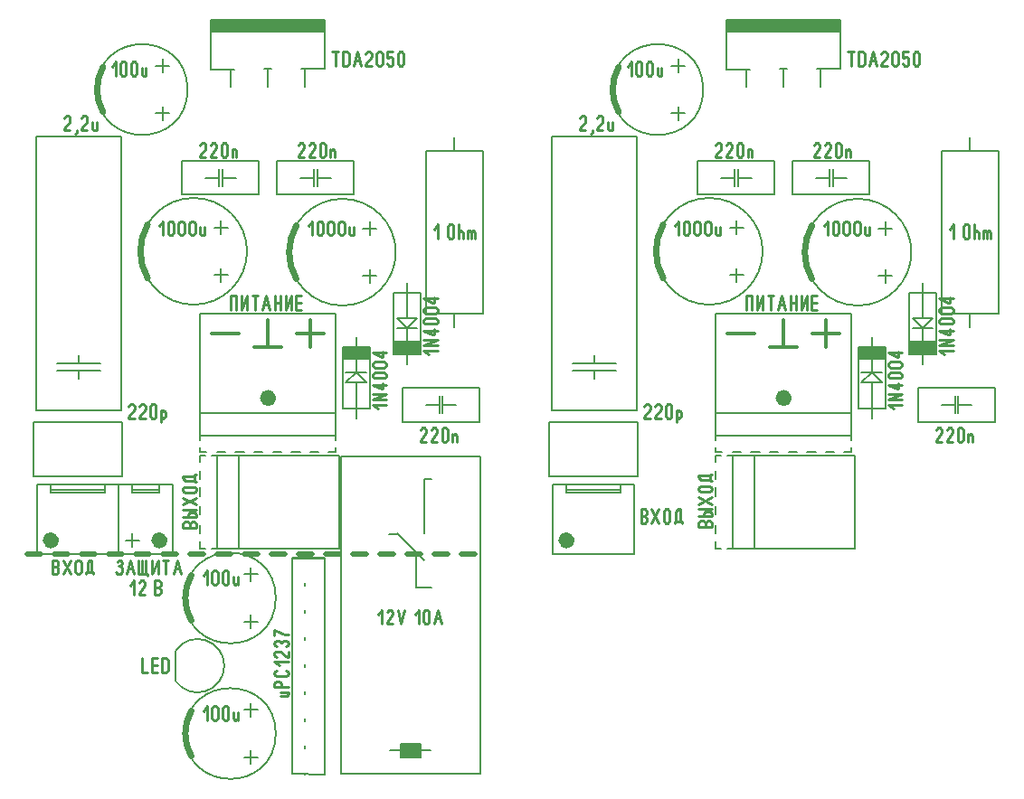
<source format=gbr>
%FSLAX34Y34*%
%MOMM*%
%LNSILK_TOP*%
G71*
G01*
%ADD10C, 0.20*%
%ADD11C, 0.24*%
%ADD12C, 0.30*%
%ADD13C, 0.60*%
%ADD14C, 0.50*%
%ADD15C, 1.00*%
%LPD*%
G54D10*
X300512Y-13962D02*
X194150Y-13962D01*
G54D10*
X300512Y-13962D02*
X300512Y-60000D01*
X279081Y-60000D01*
G54D10*
X282575Y-77000D02*
X282575Y-61125D01*
G54D10*
X247575Y-77000D02*
X247575Y-61125D01*
G54D10*
X212575Y-77000D02*
X212575Y-61212D01*
G54D10*
X110650Y-380325D02*
X110650Y-123500D01*
X30650Y-123500D01*
X30650Y-380325D01*
X110650Y-380325D01*
G54D10*
X90650Y-342875D02*
X50650Y-342875D01*
G54D10*
X90650Y-336050D02*
X50650Y-336050D01*
G54D10*
X70650Y-342875D02*
X70650Y-350325D01*
G54D10*
X70650Y-336050D02*
X70650Y-328125D01*
G54D10*
X293700Y-153925D02*
X293700Y-169925D01*
G54D10*
X290500Y-153925D02*
X290500Y-169925D01*
G54D10*
X306400Y-161925D02*
X293700Y-161925D01*
G54D10*
X290500Y-161925D02*
X277800Y-161925D01*
G54D11*
X101600Y-58342D02*
X104933Y-53342D01*
X104933Y-66675D01*
G54D11*
X114933Y-55842D02*
X114933Y-64175D01*
X114267Y-65842D01*
X112933Y-66675D01*
X111600Y-66675D01*
X110267Y-65842D01*
X109600Y-64175D01*
X109600Y-55842D01*
X110267Y-54175D01*
X111600Y-53342D01*
X112933Y-53342D01*
X114267Y-54175D01*
X114933Y-55842D01*
G54D11*
X124933Y-55842D02*
X124933Y-64175D01*
X124267Y-65842D01*
X122933Y-66675D01*
X121600Y-66675D01*
X120267Y-65842D01*
X119600Y-64175D01*
X119600Y-55842D01*
X120267Y-54175D01*
X121600Y-53342D01*
X122933Y-53342D01*
X124267Y-54175D01*
X124933Y-55842D01*
G54D11*
X133600Y-59175D02*
X133600Y-66675D01*
G54D11*
X133600Y-65008D02*
X132933Y-66342D01*
X131600Y-66675D01*
X130267Y-66342D01*
X129600Y-65008D01*
X129600Y-59175D01*
G54D11*
X398067Y-327025D02*
X393067Y-323692D01*
X406400Y-323692D01*
G54D11*
X406400Y-319025D02*
X393067Y-319025D01*
X406400Y-313692D01*
X393067Y-313692D01*
G54D11*
X406400Y-305025D02*
X393067Y-305025D01*
X401400Y-309025D01*
X403067Y-309025D01*
X403067Y-303692D01*
G54D11*
X395567Y-293692D02*
X403900Y-293692D01*
X405567Y-294358D01*
X406400Y-295692D01*
X406400Y-297025D01*
X405567Y-298358D01*
X403900Y-299025D01*
X395567Y-299025D01*
X393900Y-298358D01*
X393067Y-297025D01*
X393067Y-295692D01*
X393900Y-294358D01*
X395567Y-293692D01*
G54D11*
X395567Y-283692D02*
X403900Y-283692D01*
X405567Y-284358D01*
X406400Y-285692D01*
X406400Y-287025D01*
X405567Y-288358D01*
X403900Y-289025D01*
X395567Y-289025D01*
X393900Y-288358D01*
X393067Y-287025D01*
X393067Y-285692D01*
X393900Y-284358D01*
X395567Y-283692D01*
G54D11*
X406400Y-275025D02*
X393067Y-275025D01*
X401400Y-279025D01*
X403067Y-279025D01*
X403067Y-273692D01*
G54D11*
X62483Y-117475D02*
X57150Y-117475D01*
X57150Y-116642D01*
X57817Y-114975D01*
X61817Y-109975D01*
X62483Y-108308D01*
X62483Y-106642D01*
X61817Y-104975D01*
X60483Y-104142D01*
X59150Y-104142D01*
X57817Y-104975D01*
X57150Y-106642D01*
G54D11*
X68483Y-117475D02*
X68483Y-119142D01*
X67817Y-120808D01*
X67150Y-120808D01*
G54D11*
X78483Y-117475D02*
X73150Y-117475D01*
X73150Y-116642D01*
X73817Y-114975D01*
X77817Y-109975D01*
X78483Y-108308D01*
X78483Y-106642D01*
X77817Y-104975D01*
X76483Y-104142D01*
X75150Y-104142D01*
X73817Y-104975D01*
X73150Y-106642D01*
G54D11*
X87150Y-109975D02*
X87150Y-117475D01*
G54D11*
X87150Y-115808D02*
X86483Y-117142D01*
X85150Y-117475D01*
X83817Y-117142D01*
X83150Y-115808D01*
X83150Y-109975D01*
G54D11*
X310642Y-57150D02*
X310642Y-43817D01*
G54D11*
X307975Y-43817D02*
X313308Y-43817D01*
G54D11*
X317975Y-57150D02*
X317975Y-43817D01*
X321308Y-43817D01*
X322642Y-44650D01*
X323308Y-46317D01*
X323308Y-54650D01*
X322642Y-56317D01*
X321308Y-57150D01*
X317975Y-57150D01*
G54D11*
X327975Y-57150D02*
X331308Y-43817D01*
X334642Y-57150D01*
G54D11*
X329308Y-52150D02*
X333308Y-52150D01*
G54D11*
X344642Y-57150D02*
X339309Y-57150D01*
X339309Y-56317D01*
X339976Y-54650D01*
X343976Y-49650D01*
X344642Y-47983D01*
X344642Y-46317D01*
X343976Y-44650D01*
X342642Y-43817D01*
X341309Y-43817D01*
X339976Y-44650D01*
X339309Y-46317D01*
G54D11*
X354642Y-46317D02*
X354642Y-54650D01*
X353976Y-56317D01*
X352642Y-57150D01*
X351309Y-57150D01*
X349976Y-56317D01*
X349309Y-54650D01*
X349309Y-46317D01*
X349976Y-44650D01*
X351309Y-43817D01*
X352642Y-43817D01*
X353976Y-44650D01*
X354642Y-46317D01*
G54D11*
X364642Y-43817D02*
X359309Y-43817D01*
X359309Y-49650D01*
X359976Y-49650D01*
X361309Y-48817D01*
X362642Y-48817D01*
X363976Y-49650D01*
X364642Y-51317D01*
X364642Y-54650D01*
X363976Y-56317D01*
X362642Y-57150D01*
X361309Y-57150D01*
X359976Y-56317D01*
X359309Y-54650D01*
G54D11*
X374642Y-46317D02*
X374642Y-54650D01*
X373976Y-56317D01*
X372642Y-57150D01*
X371309Y-57150D01*
X369976Y-56317D01*
X369309Y-54650D01*
X369309Y-46317D01*
X369976Y-44650D01*
X371309Y-43817D01*
X372642Y-43817D01*
X373976Y-44650D01*
X374642Y-46317D01*
G54D12*
X274638Y-307975D02*
X300038Y-307975D01*
G54D12*
X287338Y-320675D02*
X287338Y-295275D01*
G54D12*
X195262Y-307975D02*
X220662Y-307975D01*
G54D12*
X247650Y-295375D02*
X247650Y-320775D01*
G54D12*
X234950Y-320775D02*
X260350Y-320775D01*
G54D10*
G75*
G01X367300Y-231775D02*
G03X367300Y-231775I-50000J0D01*
G01*
G54D10*
G75*
G01X228097Y-230911D02*
G03X228097Y-230911I-50000J0D01*
G01*
G54D10*
G75*
G01X172425Y-79400D02*
G03X172425Y-79400I-42500J0D01*
G01*
G54D10*
X194150Y-13962D02*
X194150Y-60397D01*
X216375Y-60397D01*
G54D10*
X244156Y-60000D02*
X251300Y-60000D01*
G54D11*
X122808Y-387350D02*
X117475Y-387350D01*
X117475Y-386517D01*
X118142Y-384850D01*
X122142Y-379850D01*
X122808Y-378183D01*
X122808Y-376517D01*
X122142Y-374850D01*
X120808Y-374017D01*
X119475Y-374017D01*
X118142Y-374850D01*
X117475Y-376517D01*
G54D11*
X132808Y-387350D02*
X127475Y-387350D01*
X127475Y-386517D01*
X128142Y-384850D01*
X132142Y-379850D01*
X132808Y-378183D01*
X132808Y-376517D01*
X132142Y-374850D01*
X130808Y-374017D01*
X129475Y-374017D01*
X128142Y-374850D01*
X127475Y-376517D01*
G54D11*
X142808Y-376517D02*
X142808Y-384850D01*
X142142Y-386517D01*
X140808Y-387350D01*
X139475Y-387350D01*
X138142Y-386517D01*
X137475Y-384850D01*
X137475Y-376517D01*
X138142Y-374850D01*
X139475Y-374017D01*
X140808Y-374017D01*
X142142Y-374850D01*
X142808Y-376517D01*
G54D11*
X147475Y-379850D02*
X147475Y-390683D01*
G54D11*
X147475Y-384850D02*
X148142Y-387017D01*
X149475Y-387350D01*
X150808Y-387017D01*
X151475Y-385350D01*
X151475Y-382017D01*
X150808Y-380350D01*
X149475Y-379850D01*
X148142Y-380350D01*
X147475Y-382350D01*
G54D10*
X315800Y-423300D02*
X446400Y-423200D01*
X446400Y-719900D01*
X315800Y-720000D01*
X315800Y-423400D01*
G54D10*
X362100Y-698500D02*
X371700Y-698500D01*
G54D10*
X400300Y-698500D02*
X390700Y-698500D01*
G36*
X371700Y-704900D02*
X371700Y-692100D01*
X390700Y-692100D01*
X390700Y-704900D01*
X371700Y-704900D01*
G37*
G54D10*
X371700Y-704900D02*
X371700Y-692100D01*
X390700Y-692100D01*
X390700Y-704900D01*
X371700Y-704900D01*
G54D10*
X360700Y-495500D02*
X368100Y-495500D01*
X368300Y-495300D01*
X393700Y-520700D01*
G54D10*
X386700Y-516600D02*
X386700Y-545700D01*
X387000Y-546000D01*
X400500Y-546000D01*
G54D10*
X393700Y-495300D02*
X393700Y-444500D01*
X400600Y-444500D01*
X400700Y-444400D01*
G54D11*
X187325Y-534592D02*
X190658Y-529592D01*
X190658Y-542925D01*
G54D11*
X200658Y-532092D02*
X200658Y-540425D01*
X199992Y-542092D01*
X198658Y-542925D01*
X197325Y-542925D01*
X195992Y-542092D01*
X195325Y-540425D01*
X195325Y-532092D01*
X195992Y-530425D01*
X197325Y-529592D01*
X198658Y-529592D01*
X199992Y-530425D01*
X200658Y-532092D01*
G54D11*
X210658Y-532092D02*
X210658Y-540425D01*
X209992Y-542092D01*
X208658Y-542925D01*
X207325Y-542925D01*
X205992Y-542092D01*
X205325Y-540425D01*
X205325Y-532092D01*
X205992Y-530425D01*
X207325Y-529592D01*
X208658Y-529592D01*
X209992Y-530425D01*
X210658Y-532092D01*
G54D11*
X219325Y-535425D02*
X219325Y-542925D01*
G54D11*
X219325Y-541258D02*
X218658Y-542592D01*
X217325Y-542925D01*
X215992Y-542592D01*
X215325Y-541258D01*
X215325Y-535425D01*
G54D10*
X270600Y-720625D02*
X270600Y-517625D01*
X300781Y-517525D01*
X300982Y-720725D01*
X270600Y-720625D01*
G54D10*
X281981Y-719138D02*
X281981Y-720725D01*
G54D10*
X281981Y-696912D02*
X281981Y-693738D01*
G54D10*
X281981Y-671512D02*
X281981Y-668338D01*
G54D10*
X281981Y-646112D02*
X281981Y-642938D01*
G54D10*
X281981Y-620712D02*
X281981Y-617538D01*
G54D10*
X281981Y-595312D02*
X281981Y-592138D01*
G54D10*
X281981Y-569912D02*
X281981Y-566738D01*
G54D10*
X281981Y-544512D02*
X281981Y-541338D01*
G54D10*
X300238Y-519112D02*
X271662Y-519113D01*
G54D11*
X187325Y-661592D02*
X190658Y-656592D01*
X190658Y-669925D01*
G54D11*
X200658Y-659092D02*
X200658Y-667425D01*
X199992Y-669092D01*
X198658Y-669925D01*
X197325Y-669925D01*
X195992Y-669092D01*
X195325Y-667425D01*
X195325Y-659092D01*
X195992Y-657425D01*
X197325Y-656592D01*
X198658Y-656592D01*
X199992Y-657425D01*
X200658Y-659092D01*
G54D11*
X210658Y-659092D02*
X210658Y-667425D01*
X209992Y-669092D01*
X208658Y-669925D01*
X207325Y-669925D01*
X205992Y-669092D01*
X205325Y-667425D01*
X205325Y-659092D01*
X205992Y-657425D01*
X207325Y-656592D01*
X208658Y-656592D01*
X209992Y-657425D01*
X210658Y-659092D01*
G54D11*
X219325Y-662425D02*
X219325Y-669925D01*
G54D11*
X219325Y-668258D02*
X218658Y-669592D01*
X217325Y-669925D01*
X215992Y-669592D01*
X215325Y-668258D01*
X215325Y-662425D01*
G54D11*
X351043Y-571633D02*
X354376Y-566633D01*
X354376Y-579966D01*
G54D11*
X364376Y-579966D02*
X359043Y-579966D01*
X359043Y-579133D01*
X359710Y-577466D01*
X363710Y-572466D01*
X364376Y-570800D01*
X364376Y-569133D01*
X363710Y-567466D01*
X362376Y-566633D01*
X361043Y-566633D01*
X359710Y-567466D01*
X359043Y-569133D01*
G54D11*
X369043Y-566633D02*
X372376Y-579966D01*
X375710Y-566633D01*
G54D11*
X385177Y-571633D02*
X388510Y-566633D01*
X388510Y-579966D01*
G54D11*
X398510Y-569133D02*
X398510Y-577466D01*
X397844Y-579133D01*
X396510Y-579966D01*
X395177Y-579966D01*
X393844Y-579133D01*
X393177Y-577466D01*
X393177Y-569133D01*
X393844Y-567466D01*
X395177Y-566633D01*
X396510Y-566633D01*
X397844Y-567466D01*
X398510Y-569133D01*
G54D11*
X403177Y-579966D02*
X406510Y-566633D01*
X409844Y-579966D01*
G54D11*
X404510Y-574966D02*
X408510Y-574966D01*
G54D11*
X259200Y-643700D02*
X266700Y-643700D01*
G54D11*
X265033Y-643700D02*
X266367Y-644367D01*
X266700Y-645700D01*
X266367Y-647033D01*
X265033Y-647700D01*
X259200Y-647700D01*
G54D11*
X266700Y-639033D02*
X253367Y-639033D01*
X253367Y-635700D01*
X254200Y-634366D01*
X255867Y-633700D01*
X257533Y-633700D01*
X259200Y-634366D01*
X260033Y-635700D01*
X260033Y-639033D01*
G54D11*
X264200Y-623700D02*
X265867Y-624366D01*
X266700Y-625700D01*
X266700Y-627033D01*
X265867Y-628366D01*
X264200Y-629033D01*
X255867Y-629033D01*
X254200Y-628366D01*
X253367Y-627033D01*
X253367Y-625700D01*
X254200Y-624366D01*
X255867Y-623700D01*
G54D11*
X258367Y-619033D02*
X253367Y-615700D01*
X266700Y-615700D01*
G54D11*
X266700Y-605700D02*
X266700Y-611033D01*
X265867Y-611033D01*
X264200Y-610366D01*
X259200Y-606366D01*
X257533Y-605700D01*
X255867Y-605700D01*
X254200Y-606366D01*
X253367Y-607700D01*
X253367Y-609033D01*
X254200Y-610366D01*
X255867Y-611033D01*
G54D11*
X255867Y-601033D02*
X254200Y-600366D01*
X253367Y-599033D01*
X253367Y-597700D01*
X254200Y-596366D01*
X255867Y-595700D01*
X257533Y-595700D01*
X259200Y-596366D01*
X260033Y-597700D01*
X260867Y-596366D01*
X262533Y-595700D01*
X264200Y-595700D01*
X265867Y-596366D01*
X266700Y-597700D01*
X266700Y-599033D01*
X265867Y-600366D01*
X264200Y-601033D01*
G54D11*
X253367Y-591033D02*
X253367Y-585700D01*
X255033Y-586366D01*
X257533Y-587700D01*
X260867Y-589033D01*
X263367Y-589700D01*
X266700Y-589700D01*
G54D10*
X111125Y-390525D02*
X111125Y-441325D01*
X28575Y-441325D01*
X28575Y-390525D01*
X111125Y-390525D01*
G36*
X194150Y-13962D02*
X194150Y-25075D01*
X300512Y-25075D01*
X300512Y-13962D01*
X194150Y-13962D01*
G37*
G54D10*
X194150Y-13962D02*
X194150Y-25075D01*
X300512Y-25075D01*
X300512Y-13962D01*
X194150Y-13962D01*
G54D10*
G75*
G01X161525Y-633820D02*
G03X161525Y-604430I20225J14695D01*
G01*
G54D10*
X161550Y-633425D02*
X161550Y-604825D01*
G54D10*
X95250Y-454025D02*
X44450Y-454025D01*
G54D10*
X107950Y-449262D02*
X31750Y-449262D01*
X31750Y-514350D01*
X107950Y-514350D01*
X107950Y-449262D01*
G54D10*
X44450Y-449262D02*
X44450Y-457200D01*
X95250Y-457200D01*
X95250Y-449262D01*
G54D10*
X149225Y-63500D02*
X149225Y-50800D01*
G54D10*
X142875Y-57150D02*
X155575Y-57150D01*
G54D10*
X149225Y-107950D02*
X149225Y-95250D01*
G54D10*
X142875Y-101600D02*
X155575Y-101600D01*
G54D13*
G75*
G01X93419Y-58150D02*
G03X93419Y-100650I36806J-21250D01*
G01*
G54D10*
X342900Y-215900D02*
X342900Y-203200D01*
G54D10*
X336550Y-209550D02*
X349250Y-209550D01*
G54D10*
X342900Y-260350D02*
X342900Y-247650D01*
G54D10*
X336550Y-254000D02*
X349250Y-254000D01*
G54D13*
G75*
G01X274224Y-206825D02*
G03X274224Y-256825I43301J-25000D01*
G01*
G54D13*
G75*
G01X135021Y-205961D02*
G03X135021Y-255961I43301J-25000D01*
G01*
G54D10*
X203697Y-215036D02*
X203697Y-202336D01*
G54D10*
X197347Y-208686D02*
X210047Y-208686D01*
G54D10*
X203697Y-259486D02*
X203697Y-246786D01*
G54D10*
X197347Y-253136D02*
X210047Y-253136D01*
G54D10*
X183992Y-382588D02*
X310992Y-382588D01*
G54D10*
X310992Y-403225D02*
X310992Y-407988D01*
G54D10*
X310992Y-414338D02*
X310992Y-419100D01*
G54D10*
X183992Y-403225D02*
X183992Y-407988D01*
G54D10*
X183992Y-414338D02*
X183992Y-419100D01*
G54D10*
X310992Y-419100D02*
X304642Y-419100D01*
G54D10*
X295116Y-419100D02*
X287179Y-419100D01*
G54D10*
X183992Y-419100D02*
X190342Y-419100D01*
G54D10*
X199866Y-419100D02*
X207804Y-419100D01*
G54D10*
X269716Y-419100D02*
X277654Y-419100D01*
G54D10*
X252254Y-419100D02*
X260192Y-419100D01*
G54D10*
X217329Y-419100D02*
X225266Y-419100D01*
G54D10*
X234792Y-419100D02*
X242729Y-419100D01*
G54D10*
X310992Y-403225D02*
X183992Y-403225D01*
X183992Y-288925D01*
X310992Y-288925D01*
X310992Y-403225D01*
G54D10*
X327900Y-146050D02*
X327900Y-177800D01*
X256300Y-177800D01*
X256300Y-146050D01*
X327900Y-146050D01*
G54D10*
X204800Y-153925D02*
X204800Y-169925D01*
G54D10*
X201600Y-153925D02*
X201600Y-169925D01*
G54D10*
X217500Y-161925D02*
X204800Y-161925D01*
G54D10*
X201600Y-161925D02*
X188900Y-161925D01*
G54D10*
X239000Y-146050D02*
X239000Y-177800D01*
X167400Y-177800D01*
X167400Y-146050D01*
X239000Y-146050D01*
G54D10*
X395288Y-136525D02*
X449262Y-136525D01*
X449262Y-288925D01*
X395288Y-288925D01*
X395288Y-136525D01*
G54D10*
X422275Y-136525D02*
X422275Y-123825D01*
G54D10*
X422275Y-301625D02*
X422275Y-288925D01*
G54D10*
X330200Y-344487D02*
X339725Y-354012D01*
X320676Y-354012D01*
X330200Y-344487D01*
G54D10*
X339725Y-344487D02*
X320675Y-344488D01*
G54D10*
X342900Y-377825D02*
X342900Y-320675D01*
X317500Y-320675D01*
X317500Y-377825D01*
X342900Y-377825D01*
G54D10*
X330200Y-354012D02*
X330200Y-387350D01*
G54D10*
X330200Y-344487D02*
X330200Y-311150D01*
G36*
X342900Y-320675D02*
X342900Y-331788D01*
X317500Y-331788D01*
X317500Y-320675D01*
X342900Y-320675D01*
G37*
G54D10*
X342900Y-320675D02*
X342900Y-331788D01*
X317500Y-331788D01*
X317500Y-320675D01*
X342900Y-320675D01*
G54D10*
X377825Y-303213D02*
X387350Y-293688D01*
X368300Y-293688D01*
X377825Y-303213D01*
G54D10*
X387350Y-303213D02*
X368300Y-303212D01*
G54D10*
X390525Y-269875D02*
X390525Y-327025D01*
X365125Y-327025D01*
X365125Y-269875D01*
X390525Y-269875D01*
G54D10*
X377825Y-293688D02*
X377825Y-260350D01*
G54D10*
X377825Y-303213D02*
X377826Y-336550D01*
G36*
X390525Y-327025D02*
X390525Y-315912D01*
X365125Y-315912D01*
X365125Y-327025D01*
X390525Y-327025D01*
G37*
G54D10*
X390525Y-327025D02*
X390525Y-315912D01*
X365125Y-315912D01*
X365125Y-327025D01*
X390525Y-327025D01*
G54D10*
X411175Y-366650D02*
X411175Y-382650D01*
G54D10*
X407975Y-366650D02*
X407975Y-382650D01*
G54D10*
X423875Y-374650D02*
X411175Y-374650D01*
G54D10*
X407975Y-374650D02*
X395275Y-374650D01*
G54D10*
X445375Y-358775D02*
X445375Y-390525D01*
X373775Y-390525D01*
X373775Y-358775D01*
X445375Y-358775D01*
G54D10*
G75*
G01X254975Y-555650D02*
G03X254975Y-555650I-42500J0D01*
G01*
G54D10*
X231775Y-539750D02*
X231775Y-527050D01*
G54D10*
X225425Y-533400D02*
X238125Y-533400D01*
G54D10*
X231775Y-584200D02*
X231775Y-571500D01*
G54D10*
X225425Y-577850D02*
X238125Y-577850D01*
G54D13*
G75*
G01X175969Y-534400D02*
G03X175969Y-576900I36806J-21250D01*
G01*
G54D10*
G75*
G01X254975Y-682650D02*
G03X254975Y-682650I-42500J0D01*
G01*
G54D10*
X231775Y-666750D02*
X231775Y-654050D01*
G54D10*
X225425Y-660400D02*
X238125Y-660400D01*
G54D10*
X231775Y-711200D02*
X231775Y-698500D01*
G54D10*
X225425Y-704850D02*
X238125Y-704850D01*
G54D13*
G75*
G01X175969Y-661400D02*
G03X175969Y-703900I36806J-21250D01*
G01*
G54D10*
X120650Y-454025D02*
X146050Y-454025D01*
G54D10*
X107950Y-514350D02*
X158750Y-514350D01*
X158750Y-449262D01*
X107950Y-449262D01*
X107950Y-514350D01*
G54D10*
X120650Y-449262D02*
X120650Y-457200D01*
X146050Y-457200D01*
X146050Y-449262D01*
G54D11*
X46125Y-533400D02*
X46125Y-520067D01*
X49458Y-520067D01*
X50792Y-520900D01*
X51458Y-522567D01*
X51458Y-524233D01*
X50792Y-525900D01*
X49458Y-526733D01*
X50792Y-527567D01*
X51458Y-529233D01*
X51458Y-530900D01*
X50792Y-532567D01*
X49458Y-533400D01*
X46125Y-533400D01*
G54D11*
X46125Y-526733D02*
X49458Y-526733D01*
G54D11*
X56125Y-520067D02*
X62792Y-533400D01*
G54D11*
X56125Y-533400D02*
X62792Y-520067D01*
G54D11*
X72792Y-522567D02*
X72792Y-530900D01*
X72126Y-532567D01*
X70792Y-533400D01*
X69459Y-533400D01*
X68126Y-532567D01*
X67459Y-530900D01*
X67459Y-522567D01*
X68126Y-520900D01*
X69459Y-520067D01*
X70792Y-520067D01*
X72126Y-520900D01*
X72792Y-522567D01*
G54D11*
X77459Y-533400D02*
X77459Y-531733D01*
X84126Y-531733D01*
X84126Y-533400D01*
G54D11*
X78792Y-531733D02*
X78792Y-522567D01*
X80792Y-520067D01*
X82792Y-520067D01*
X82792Y-531733D01*
G54D11*
X106777Y-521757D02*
X108110Y-520090D01*
X109444Y-520090D01*
X110777Y-521757D01*
X110777Y-524257D01*
X109444Y-525924D01*
X108110Y-525924D01*
X109444Y-525924D01*
X110777Y-527590D01*
X110777Y-531757D01*
X109444Y-533424D01*
X106777Y-533424D01*
X105444Y-531757D01*
G54D11*
X115444Y-533424D02*
X118777Y-520090D01*
X122110Y-533424D01*
G54D11*
X116777Y-528424D02*
X120777Y-528424D01*
G54D11*
X126778Y-520090D02*
X126778Y-533424D01*
X134778Y-533424D01*
X134778Y-535090D01*
G54D11*
X130111Y-520090D02*
X130111Y-533424D01*
G54D11*
X133444Y-520090D02*
X133444Y-533424D01*
G54D11*
X139444Y-520090D02*
X139444Y-533424D01*
X144778Y-520090D01*
X144778Y-533424D01*
G54D11*
X152111Y-533424D02*
X152111Y-520090D01*
G54D11*
X149444Y-520090D02*
X154778Y-520090D01*
G54D11*
X159444Y-533424D02*
X162778Y-520090D01*
X166111Y-533424D01*
G54D11*
X160778Y-528424D02*
X164778Y-528424D01*
G54D11*
X212725Y-285750D02*
X212725Y-272417D01*
X218058Y-272417D01*
X218058Y-285750D01*
G54D11*
X222725Y-272417D02*
X222725Y-285750D01*
X228058Y-272417D01*
X228058Y-285750D01*
G54D11*
X235392Y-285750D02*
X235392Y-272417D01*
G54D11*
X232725Y-272417D02*
X238058Y-272417D01*
G54D11*
X242725Y-285750D02*
X246058Y-272417D01*
X249392Y-285750D01*
G54D11*
X244058Y-280750D02*
X248058Y-280750D01*
G54D11*
X254059Y-285750D02*
X254059Y-272417D01*
G54D11*
X259392Y-285750D02*
X259392Y-272417D01*
G54D11*
X254059Y-279083D02*
X259392Y-279083D01*
G54D11*
X264059Y-272417D02*
X264059Y-285750D01*
X269392Y-272417D01*
X269392Y-285750D01*
G54D11*
X278726Y-285750D02*
X274059Y-285750D01*
X274059Y-272417D01*
X278726Y-272417D01*
G54D11*
X274059Y-279083D02*
X278726Y-279083D01*
G54D11*
X180975Y-489634D02*
X167642Y-489634D01*
X167642Y-486300D01*
X168475Y-484967D01*
X170142Y-484300D01*
X171808Y-484300D01*
X173475Y-484967D01*
X174308Y-486300D01*
X175142Y-484967D01*
X176808Y-484300D01*
X178475Y-484300D01*
X180142Y-484967D01*
X180975Y-486300D01*
X180975Y-489634D01*
G54D11*
X174308Y-489634D02*
X174308Y-486300D01*
G54D11*
X167642Y-479634D02*
X180975Y-479634D01*
X180975Y-476967D01*
X179308Y-475634D01*
X174308Y-475634D01*
X172642Y-476967D01*
X172642Y-479634D01*
G54D11*
X180975Y-472967D02*
X167642Y-472967D01*
G54D11*
X167642Y-468300D02*
X180975Y-461633D01*
G54D11*
X180975Y-468300D02*
X167642Y-461633D01*
G54D11*
X170142Y-451632D02*
X178475Y-451632D01*
X180142Y-452299D01*
X180975Y-453632D01*
X180975Y-454966D01*
X180142Y-456299D01*
X178475Y-456966D01*
X170142Y-456966D01*
X168475Y-456299D01*
X167642Y-454966D01*
X167642Y-453632D01*
X168475Y-452299D01*
X170142Y-451632D01*
G54D11*
X180975Y-446966D02*
X179308Y-446966D01*
X179308Y-440299D01*
X180975Y-440299D01*
G54D11*
X179308Y-445632D02*
X170142Y-445632D01*
X167642Y-443632D01*
X167642Y-441632D01*
X179308Y-441632D01*
G54D11*
X189483Y-142875D02*
X184150Y-142875D01*
X184150Y-142042D01*
X184817Y-140375D01*
X188817Y-135375D01*
X189483Y-133708D01*
X189483Y-132042D01*
X188817Y-130375D01*
X187483Y-129542D01*
X186150Y-129542D01*
X184817Y-130375D01*
X184150Y-132042D01*
G54D11*
X199483Y-142875D02*
X194150Y-142875D01*
X194150Y-142042D01*
X194817Y-140375D01*
X198817Y-135375D01*
X199483Y-133708D01*
X199483Y-132042D01*
X198817Y-130375D01*
X197483Y-129542D01*
X196150Y-129542D01*
X194817Y-130375D01*
X194150Y-132042D01*
G54D11*
X209483Y-132042D02*
X209483Y-140375D01*
X208817Y-142042D01*
X207483Y-142875D01*
X206150Y-142875D01*
X204817Y-142042D01*
X204150Y-140375D01*
X204150Y-132042D01*
X204817Y-130375D01*
X206150Y-129542D01*
X207483Y-129542D01*
X208817Y-130375D01*
X209483Y-132042D01*
G54D11*
X214150Y-142875D02*
X214150Y-135375D01*
G54D11*
X214150Y-137042D02*
X214817Y-135875D01*
X216150Y-135375D01*
X217483Y-135875D01*
X218150Y-137042D01*
X218150Y-142875D01*
G54D11*
X281558Y-142875D02*
X276225Y-142875D01*
X276225Y-142042D01*
X276892Y-140375D01*
X280892Y-135375D01*
X281558Y-133708D01*
X281558Y-132042D01*
X280892Y-130375D01*
X279558Y-129542D01*
X278225Y-129542D01*
X276892Y-130375D01*
X276225Y-132042D01*
G54D11*
X291558Y-142875D02*
X286225Y-142875D01*
X286225Y-142042D01*
X286892Y-140375D01*
X290892Y-135375D01*
X291558Y-133708D01*
X291558Y-132042D01*
X290892Y-130375D01*
X289558Y-129542D01*
X288225Y-129542D01*
X286892Y-130375D01*
X286225Y-132042D01*
G54D11*
X301558Y-132042D02*
X301558Y-140375D01*
X300892Y-142042D01*
X299558Y-142875D01*
X298225Y-142875D01*
X296892Y-142042D01*
X296225Y-140375D01*
X296225Y-132042D01*
X296892Y-130375D01*
X298225Y-129542D01*
X299558Y-129542D01*
X300892Y-130375D01*
X301558Y-132042D01*
G54D11*
X306225Y-142875D02*
X306225Y-135375D01*
G54D11*
X306225Y-137042D02*
X306892Y-135875D01*
X308225Y-135375D01*
X309558Y-135875D01*
X310225Y-137042D01*
X310225Y-142875D01*
G54D11*
X285750Y-207567D02*
X289083Y-202567D01*
X289083Y-215900D01*
G54D11*
X299083Y-205067D02*
X299083Y-213400D01*
X298417Y-215067D01*
X297083Y-215900D01*
X295750Y-215900D01*
X294417Y-215067D01*
X293750Y-213400D01*
X293750Y-205067D01*
X294417Y-203400D01*
X295750Y-202567D01*
X297083Y-202567D01*
X298417Y-203400D01*
X299083Y-205067D01*
G54D11*
X309083Y-205067D02*
X309083Y-213400D01*
X308417Y-215067D01*
X307083Y-215900D01*
X305750Y-215900D01*
X304417Y-215067D01*
X303750Y-213400D01*
X303750Y-205067D01*
X304417Y-203400D01*
X305750Y-202567D01*
X307083Y-202567D01*
X308417Y-203400D01*
X309083Y-205067D01*
G54D11*
X319083Y-205067D02*
X319083Y-213400D01*
X318417Y-215067D01*
X317083Y-215900D01*
X315750Y-215900D01*
X314417Y-215067D01*
X313750Y-213400D01*
X313750Y-205067D01*
X314417Y-203400D01*
X315750Y-202567D01*
X317083Y-202567D01*
X318417Y-203400D01*
X319083Y-205067D01*
G54D11*
X327750Y-208400D02*
X327750Y-215900D01*
G54D11*
X327750Y-214233D02*
X327083Y-215567D01*
X325750Y-215900D01*
X324417Y-215567D01*
X323750Y-214233D01*
X323750Y-208400D01*
G54D11*
X146050Y-207567D02*
X149383Y-202567D01*
X149383Y-215900D01*
G54D11*
X159383Y-205067D02*
X159383Y-213400D01*
X158717Y-215067D01*
X157383Y-215900D01*
X156050Y-215900D01*
X154717Y-215067D01*
X154050Y-213400D01*
X154050Y-205067D01*
X154717Y-203400D01*
X156050Y-202567D01*
X157383Y-202567D01*
X158717Y-203400D01*
X159383Y-205067D01*
G54D11*
X169383Y-205067D02*
X169383Y-213400D01*
X168717Y-215067D01*
X167383Y-215900D01*
X166050Y-215900D01*
X164717Y-215067D01*
X164050Y-213400D01*
X164050Y-205067D01*
X164717Y-203400D01*
X166050Y-202567D01*
X167383Y-202567D01*
X168717Y-203400D01*
X169383Y-205067D01*
G54D11*
X179383Y-205067D02*
X179383Y-213400D01*
X178717Y-215067D01*
X177383Y-215900D01*
X176050Y-215900D01*
X174717Y-215067D01*
X174050Y-213400D01*
X174050Y-205067D01*
X174717Y-203400D01*
X176050Y-202567D01*
X177383Y-202567D01*
X178717Y-203400D01*
X179383Y-205067D01*
G54D11*
X188050Y-208400D02*
X188050Y-215900D01*
G54D11*
X188050Y-214233D02*
X187383Y-215567D01*
X186050Y-215900D01*
X184717Y-215567D01*
X184050Y-214233D01*
X184050Y-208400D01*
G54D11*
X350442Y-377825D02*
X345442Y-374492D01*
X358775Y-374492D01*
G54D11*
X358775Y-369825D02*
X345442Y-369825D01*
X358775Y-364492D01*
X345442Y-364492D01*
G54D11*
X358775Y-355825D02*
X345442Y-355825D01*
X353775Y-359825D01*
X355442Y-359825D01*
X355442Y-354492D01*
G54D11*
X347942Y-344492D02*
X356275Y-344492D01*
X357942Y-345158D01*
X358775Y-346492D01*
X358775Y-347825D01*
X357942Y-349158D01*
X356275Y-349825D01*
X347942Y-349825D01*
X346275Y-349158D01*
X345442Y-347825D01*
X345442Y-346492D01*
X346275Y-345158D01*
X347942Y-344492D01*
G54D11*
X347942Y-334492D02*
X356275Y-334492D01*
X357942Y-335158D01*
X358775Y-336492D01*
X358775Y-337825D01*
X357942Y-339158D01*
X356275Y-339825D01*
X347942Y-339825D01*
X346275Y-339158D01*
X345442Y-337825D01*
X345442Y-336492D01*
X346275Y-335158D01*
X347942Y-334492D01*
G54D11*
X358775Y-325825D02*
X345442Y-325825D01*
X353775Y-329825D01*
X355442Y-329825D01*
X355442Y-324492D01*
G54D11*
X395858Y-409575D02*
X390525Y-409575D01*
X390525Y-408742D01*
X391192Y-407075D01*
X395192Y-402075D01*
X395858Y-400408D01*
X395858Y-398742D01*
X395192Y-397075D01*
X393858Y-396242D01*
X392525Y-396242D01*
X391192Y-397075D01*
X390525Y-398742D01*
G54D11*
X405858Y-409575D02*
X400525Y-409575D01*
X400525Y-408742D01*
X401192Y-407075D01*
X405192Y-402075D01*
X405858Y-400408D01*
X405858Y-398742D01*
X405192Y-397075D01*
X403858Y-396242D01*
X402525Y-396242D01*
X401192Y-397075D01*
X400525Y-398742D01*
G54D11*
X415858Y-398742D02*
X415858Y-407075D01*
X415192Y-408742D01*
X413858Y-409575D01*
X412525Y-409575D01*
X411192Y-408742D01*
X410525Y-407075D01*
X410525Y-398742D01*
X411192Y-397075D01*
X412525Y-396242D01*
X413858Y-396242D01*
X415192Y-397075D01*
X415858Y-398742D01*
G54D11*
X420525Y-409575D02*
X420525Y-402075D01*
G54D11*
X420525Y-403742D02*
X421192Y-402575D01*
X422525Y-402075D01*
X423858Y-402575D01*
X424525Y-403742D01*
X424525Y-409575D01*
G54D11*
X403225Y-210742D02*
X406558Y-205742D01*
X406558Y-219075D01*
G54D11*
X421358Y-208242D02*
X421358Y-216575D01*
X420692Y-218242D01*
X419358Y-219075D01*
X418025Y-219075D01*
X416692Y-218242D01*
X416025Y-216575D01*
X416025Y-208242D01*
X416692Y-206575D01*
X418025Y-205742D01*
X419358Y-205742D01*
X420692Y-206575D01*
X421358Y-208242D01*
G54D11*
X426025Y-219075D02*
X426025Y-205742D01*
G54D11*
X426025Y-213742D02*
X426692Y-212075D01*
X428025Y-211575D01*
X429358Y-212075D01*
X430025Y-213742D01*
X430025Y-219075D01*
G54D11*
X434692Y-219075D02*
X434692Y-211575D01*
G54D11*
X434692Y-212908D02*
X436025Y-211575D01*
X437359Y-212075D01*
X438025Y-213242D01*
X438025Y-219075D01*
G54D11*
X438025Y-212908D02*
X439359Y-211575D01*
X440692Y-212075D01*
X441359Y-213242D01*
X441359Y-219075D01*
G54D10*
X220662Y-421958D02*
X220662Y-509270D01*
G54D10*
X200025Y-509270D02*
X195262Y-509270D01*
G54D10*
X188912Y-509270D02*
X184150Y-509270D01*
G54D10*
X200025Y-421958D02*
X195262Y-421958D01*
G54D10*
X188912Y-421958D02*
X184150Y-421958D01*
G54D10*
X184150Y-509270D02*
X184150Y-502920D01*
G54D10*
X184150Y-494982D02*
X184150Y-487045D01*
G54D10*
X184150Y-421958D02*
X184150Y-428308D01*
G54D10*
X184150Y-469582D02*
X184150Y-477520D01*
G54D10*
X184150Y-452120D02*
X184150Y-460058D01*
G54D10*
X184150Y-436245D02*
X184150Y-444182D01*
G54D10*
X200025Y-509270D02*
X200025Y-421958D01*
X314325Y-421958D01*
X314325Y-509270D01*
X200025Y-509270D01*
G54D14*
X22225Y-514350D02*
X34925Y-514350D01*
G54D14*
X47625Y-514350D02*
X60325Y-514350D01*
G54D14*
X73025Y-514350D02*
X85725Y-514350D01*
G54D14*
X98425Y-514350D02*
X111125Y-514350D01*
G54D14*
X123825Y-514350D02*
X136525Y-514350D01*
G54D14*
X149225Y-514350D02*
X161925Y-514350D01*
G54D14*
X174625Y-514350D02*
X187325Y-514350D01*
G54D14*
X200025Y-514350D02*
X212725Y-514350D01*
G54D14*
X225425Y-514350D02*
X238125Y-514350D01*
G54D14*
X250825Y-514350D02*
X263525Y-514350D01*
G54D14*
X276225Y-514350D02*
X288925Y-514350D01*
G54D14*
X301625Y-514350D02*
X314325Y-514350D01*
G54D14*
X327025Y-514350D02*
X339725Y-514350D01*
G54D14*
X352425Y-514350D02*
X365125Y-514350D01*
G54D14*
X377825Y-514350D02*
X390525Y-514350D01*
G54D14*
X403225Y-514350D02*
X415925Y-514350D01*
G54D14*
X428625Y-514350D02*
X441325Y-514350D01*
G54D11*
X119132Y-544117D02*
X122465Y-539117D01*
X122465Y-552450D01*
G54D11*
X132465Y-552450D02*
X127132Y-552450D01*
X127132Y-551617D01*
X127799Y-549950D01*
X131799Y-544950D01*
X132465Y-543283D01*
X132465Y-541617D01*
X131799Y-539950D01*
X130465Y-539117D01*
X129132Y-539117D01*
X127799Y-539950D01*
X127132Y-541617D01*
G54D11*
X141932Y-552450D02*
X141932Y-539117D01*
X145265Y-539117D01*
X146599Y-539950D01*
X147265Y-541617D01*
X147265Y-543283D01*
X146599Y-544950D01*
X145265Y-545783D01*
X146599Y-546617D01*
X147265Y-548283D01*
X147265Y-549950D01*
X146599Y-551617D01*
X145265Y-552450D01*
X141932Y-552450D01*
G54D11*
X141932Y-545783D02*
X145265Y-545783D01*
G54D10*
X783112Y-13962D02*
X676750Y-13962D01*
G54D10*
X783112Y-13962D02*
X783112Y-60000D01*
X761681Y-60000D01*
G54D10*
X765175Y-77000D02*
X765175Y-61125D01*
G54D10*
X730175Y-77000D02*
X730175Y-61125D01*
G54D10*
X695175Y-77000D02*
X695175Y-61212D01*
G54D10*
X593250Y-380325D02*
X593250Y-123500D01*
X513250Y-123500D01*
X513250Y-380325D01*
X593250Y-380325D01*
G54D10*
X573250Y-342875D02*
X533250Y-342875D01*
G54D10*
X573250Y-336050D02*
X533250Y-336050D01*
G54D10*
X553250Y-342875D02*
X553250Y-350325D01*
G54D10*
X553250Y-336050D02*
X553250Y-328125D01*
G54D10*
X776300Y-153925D02*
X776300Y-169925D01*
G54D10*
X773100Y-153925D02*
X773100Y-169925D01*
G54D10*
X789000Y-161925D02*
X776300Y-161925D01*
G54D10*
X773100Y-161925D02*
X760400Y-161925D01*
G54D11*
X584200Y-58342D02*
X587533Y-53342D01*
X587533Y-66675D01*
G54D11*
X597533Y-55842D02*
X597533Y-64175D01*
X596867Y-65842D01*
X595533Y-66675D01*
X594200Y-66675D01*
X592867Y-65842D01*
X592200Y-64175D01*
X592200Y-55842D01*
X592867Y-54175D01*
X594200Y-53342D01*
X595533Y-53342D01*
X596867Y-54175D01*
X597533Y-55842D01*
G54D11*
X607533Y-55842D02*
X607533Y-64175D01*
X606867Y-65842D01*
X605533Y-66675D01*
X604200Y-66675D01*
X602867Y-65842D01*
X602200Y-64175D01*
X602200Y-55842D01*
X602867Y-54175D01*
X604200Y-53342D01*
X605533Y-53342D01*
X606867Y-54175D01*
X607533Y-55842D01*
G54D11*
X616200Y-59175D02*
X616200Y-66675D01*
G54D11*
X616200Y-65008D02*
X615533Y-66342D01*
X614200Y-66675D01*
X612867Y-66342D01*
X612200Y-65008D01*
X612200Y-59175D01*
G54D11*
X880667Y-327025D02*
X875667Y-323692D01*
X889000Y-323692D01*
G54D11*
X889000Y-319025D02*
X875667Y-319025D01*
X889000Y-313692D01*
X875667Y-313692D01*
G54D11*
X889000Y-305025D02*
X875667Y-305025D01*
X884000Y-309025D01*
X885667Y-309025D01*
X885667Y-303692D01*
G54D11*
X878167Y-293692D02*
X886500Y-293692D01*
X888167Y-294358D01*
X889000Y-295692D01*
X889000Y-297025D01*
X888167Y-298358D01*
X886500Y-299025D01*
X878167Y-299025D01*
X876500Y-298358D01*
X875667Y-297025D01*
X875667Y-295692D01*
X876500Y-294358D01*
X878167Y-293692D01*
G54D11*
X878167Y-283692D02*
X886500Y-283692D01*
X888167Y-284358D01*
X889000Y-285692D01*
X889000Y-287025D01*
X888167Y-288358D01*
X886500Y-289025D01*
X878167Y-289025D01*
X876500Y-288358D01*
X875667Y-287025D01*
X875667Y-285692D01*
X876500Y-284358D01*
X878167Y-283692D01*
G54D11*
X889000Y-275025D02*
X875667Y-275025D01*
X884000Y-279025D01*
X885667Y-279025D01*
X885667Y-273692D01*
G54D11*
X545083Y-117475D02*
X539750Y-117475D01*
X539750Y-116642D01*
X540417Y-114975D01*
X544417Y-109975D01*
X545083Y-108308D01*
X545083Y-106642D01*
X544417Y-104975D01*
X543083Y-104142D01*
X541750Y-104142D01*
X540417Y-104975D01*
X539750Y-106642D01*
G54D11*
X551083Y-117475D02*
X551083Y-119142D01*
X550417Y-120808D01*
X549750Y-120808D01*
G54D11*
X561083Y-117475D02*
X555750Y-117475D01*
X555750Y-116642D01*
X556417Y-114975D01*
X560417Y-109975D01*
X561083Y-108308D01*
X561083Y-106642D01*
X560417Y-104975D01*
X559083Y-104142D01*
X557750Y-104142D01*
X556417Y-104975D01*
X555750Y-106642D01*
G54D11*
X569750Y-109975D02*
X569750Y-117475D01*
G54D11*
X569750Y-115808D02*
X569083Y-117142D01*
X567750Y-117475D01*
X566417Y-117142D01*
X565750Y-115808D01*
X565750Y-109975D01*
G54D11*
X793242Y-57150D02*
X793242Y-43817D01*
G54D11*
X790575Y-43817D02*
X795908Y-43817D01*
G54D11*
X800575Y-57150D02*
X800575Y-43817D01*
X803908Y-43817D01*
X805242Y-44650D01*
X805908Y-46317D01*
X805908Y-54650D01*
X805242Y-56317D01*
X803908Y-57150D01*
X800575Y-57150D01*
G54D11*
X810575Y-57150D02*
X813908Y-43817D01*
X817242Y-57150D01*
G54D11*
X811908Y-52150D02*
X815908Y-52150D01*
G54D11*
X827242Y-57150D02*
X821909Y-57150D01*
X821909Y-56317D01*
X822576Y-54650D01*
X826576Y-49650D01*
X827242Y-47983D01*
X827242Y-46317D01*
X826576Y-44650D01*
X825242Y-43817D01*
X823909Y-43817D01*
X822576Y-44650D01*
X821909Y-46317D01*
G54D11*
X837242Y-46317D02*
X837242Y-54650D01*
X836576Y-56317D01*
X835242Y-57150D01*
X833909Y-57150D01*
X832576Y-56317D01*
X831909Y-54650D01*
X831909Y-46317D01*
X832576Y-44650D01*
X833909Y-43817D01*
X835242Y-43817D01*
X836576Y-44650D01*
X837242Y-46317D01*
G54D11*
X847242Y-43817D02*
X841909Y-43817D01*
X841909Y-49650D01*
X842576Y-49650D01*
X843909Y-48817D01*
X845242Y-48817D01*
X846576Y-49650D01*
X847242Y-51317D01*
X847242Y-54650D01*
X846576Y-56317D01*
X845242Y-57150D01*
X843909Y-57150D01*
X842576Y-56317D01*
X841909Y-54650D01*
G54D11*
X857242Y-46317D02*
X857242Y-54650D01*
X856576Y-56317D01*
X855242Y-57150D01*
X853909Y-57150D01*
X852576Y-56317D01*
X851909Y-54650D01*
X851909Y-46317D01*
X852576Y-44650D01*
X853909Y-43817D01*
X855242Y-43817D01*
X856576Y-44650D01*
X857242Y-46317D01*
G54D12*
X757238Y-307975D02*
X782638Y-307975D01*
G54D12*
X769938Y-320675D02*
X769938Y-295275D01*
G54D12*
X677862Y-307975D02*
X703262Y-307975D01*
G54D12*
X730250Y-295375D02*
X730250Y-320775D01*
G54D12*
X717550Y-320775D02*
X742950Y-320775D01*
G54D10*
G75*
G01X849900Y-231775D02*
G03X849900Y-231775I-50000J0D01*
G01*
G54D10*
G75*
G01X710697Y-230911D02*
G03X710697Y-230911I-50000J0D01*
G01*
G54D10*
G75*
G01X655025Y-79400D02*
G03X655025Y-79400I-42500J0D01*
G01*
G54D10*
X676750Y-13962D02*
X676750Y-60397D01*
X698975Y-60397D01*
G54D10*
X726756Y-60000D02*
X733900Y-60000D01*
G54D11*
X605408Y-387350D02*
X600075Y-387350D01*
X600075Y-386517D01*
X600742Y-384850D01*
X604742Y-379850D01*
X605408Y-378183D01*
X605408Y-376517D01*
X604742Y-374850D01*
X603408Y-374017D01*
X602075Y-374017D01*
X600742Y-374850D01*
X600075Y-376517D01*
G54D11*
X615408Y-387350D02*
X610075Y-387350D01*
X610075Y-386517D01*
X610742Y-384850D01*
X614742Y-379850D01*
X615408Y-378183D01*
X615408Y-376517D01*
X614742Y-374850D01*
X613408Y-374017D01*
X612075Y-374017D01*
X610742Y-374850D01*
X610075Y-376517D01*
G54D11*
X625408Y-376517D02*
X625408Y-384850D01*
X624742Y-386517D01*
X623408Y-387350D01*
X622075Y-387350D01*
X620742Y-386517D01*
X620075Y-384850D01*
X620075Y-376517D01*
X620742Y-374850D01*
X622075Y-374017D01*
X623408Y-374017D01*
X624742Y-374850D01*
X625408Y-376517D01*
G54D11*
X630075Y-379850D02*
X630075Y-390683D01*
G54D11*
X630075Y-384850D02*
X630742Y-387017D01*
X632075Y-387350D01*
X633408Y-387017D01*
X634075Y-385350D01*
X634075Y-382017D01*
X633408Y-380350D01*
X632075Y-379850D01*
X630742Y-380350D01*
X630075Y-382350D01*
G54D10*
X593725Y-390525D02*
X593725Y-441325D01*
X511175Y-441325D01*
X511175Y-390525D01*
X593725Y-390525D01*
G36*
X676750Y-13962D02*
X676750Y-25075D01*
X783112Y-25075D01*
X783112Y-13962D01*
X676750Y-13962D01*
G37*
G54D10*
X676750Y-13962D02*
X676750Y-25075D01*
X783112Y-25075D01*
X783112Y-13962D01*
X676750Y-13962D01*
G54D10*
X577850Y-454025D02*
X527050Y-454025D01*
G54D10*
X590550Y-449262D02*
X514350Y-449262D01*
X514350Y-514350D01*
X590550Y-514350D01*
X590550Y-449262D01*
G54D10*
X527050Y-449262D02*
X527050Y-457200D01*
X577850Y-457200D01*
X577850Y-449262D01*
G54D10*
X631825Y-63500D02*
X631825Y-50800D01*
G54D10*
X625475Y-57150D02*
X638175Y-57150D01*
G54D10*
X631825Y-107950D02*
X631825Y-95250D01*
G54D10*
X625475Y-101600D02*
X638175Y-101600D01*
G54D13*
G75*
G01X576019Y-58150D02*
G03X576019Y-100650I36806J-21250D01*
G01*
G54D10*
X825500Y-215900D02*
X825500Y-203200D01*
G54D10*
X819150Y-209550D02*
X831850Y-209550D01*
G54D10*
X825500Y-260350D02*
X825500Y-247650D01*
G54D10*
X819150Y-254000D02*
X831850Y-254000D01*
G54D13*
G75*
G01X756824Y-206825D02*
G03X756824Y-256825I43301J-25000D01*
G01*
G54D13*
G75*
G01X617621Y-205961D02*
G03X617621Y-255961I43301J-25000D01*
G01*
G54D10*
X686297Y-215036D02*
X686297Y-202336D01*
G54D10*
X679947Y-208686D02*
X692647Y-208686D01*
G54D10*
X686297Y-259486D02*
X686297Y-246786D01*
G54D10*
X679947Y-253136D02*
X692647Y-253136D01*
G54D10*
X666592Y-382588D02*
X793592Y-382588D01*
G54D10*
X793592Y-403225D02*
X793592Y-407988D01*
G54D10*
X793592Y-414338D02*
X793592Y-419100D01*
G54D10*
X666592Y-403225D02*
X666592Y-407988D01*
G54D10*
X666592Y-414338D02*
X666592Y-419100D01*
G54D10*
X793592Y-419100D02*
X787242Y-419100D01*
G54D10*
X777716Y-419100D02*
X769779Y-419100D01*
G54D10*
X666592Y-419100D02*
X672942Y-419100D01*
G54D10*
X682466Y-419100D02*
X690404Y-419100D01*
G54D10*
X752316Y-419100D02*
X760254Y-419100D01*
G54D10*
X734854Y-419100D02*
X742792Y-419100D01*
G54D10*
X699929Y-419100D02*
X707866Y-419100D01*
G54D10*
X717392Y-419100D02*
X725329Y-419100D01*
G54D10*
X793592Y-403225D02*
X666592Y-403225D01*
X666592Y-288925D01*
X793592Y-288925D01*
X793592Y-403225D01*
G54D10*
X810500Y-146050D02*
X810500Y-177800D01*
X738900Y-177800D01*
X738900Y-146050D01*
X810500Y-146050D01*
G54D10*
X687400Y-153925D02*
X687400Y-169925D01*
G54D10*
X684200Y-153925D02*
X684200Y-169925D01*
G54D10*
X700100Y-161925D02*
X687400Y-161925D01*
G54D10*
X684200Y-161925D02*
X671500Y-161925D01*
G54D10*
X721600Y-146050D02*
X721600Y-177800D01*
X650000Y-177800D01*
X650000Y-146050D01*
X721600Y-146050D01*
G54D10*
X877888Y-136525D02*
X931862Y-136525D01*
X931862Y-288925D01*
X877888Y-288925D01*
X877888Y-136525D01*
G54D10*
X904875Y-136525D02*
X904875Y-123825D01*
G54D10*
X904875Y-301625D02*
X904875Y-288925D01*
G54D10*
X812800Y-344487D02*
X822325Y-354012D01*
X803276Y-354012D01*
X812800Y-344487D01*
G54D10*
X822325Y-344487D02*
X803275Y-344488D01*
G54D10*
X825500Y-377825D02*
X825500Y-320675D01*
X800100Y-320675D01*
X800100Y-377825D01*
X825500Y-377825D01*
G54D10*
X812800Y-354012D02*
X812800Y-387350D01*
G54D10*
X812800Y-344487D02*
X812800Y-311150D01*
G36*
X825500Y-320675D02*
X825500Y-331788D01*
X800100Y-331788D01*
X800100Y-320675D01*
X825500Y-320675D01*
G37*
G54D10*
X825500Y-320675D02*
X825500Y-331788D01*
X800100Y-331788D01*
X800100Y-320675D01*
X825500Y-320675D01*
G54D10*
X860425Y-303213D02*
X869950Y-293688D01*
X850900Y-293688D01*
X860425Y-303213D01*
G54D10*
X869950Y-303213D02*
X850900Y-303212D01*
G54D10*
X873125Y-269875D02*
X873125Y-327025D01*
X847725Y-327025D01*
X847725Y-269875D01*
X873125Y-269875D01*
G54D10*
X860425Y-293688D02*
X860425Y-260350D01*
G54D10*
X860425Y-303213D02*
X860426Y-336550D01*
G36*
X873125Y-327025D02*
X873125Y-315912D01*
X847725Y-315912D01*
X847725Y-327025D01*
X873125Y-327025D01*
G37*
G54D10*
X873125Y-327025D02*
X873125Y-315912D01*
X847725Y-315912D01*
X847725Y-327025D01*
X873125Y-327025D01*
G54D10*
X893775Y-366650D02*
X893775Y-382650D01*
G54D10*
X890575Y-366650D02*
X890575Y-382650D01*
G54D10*
X906475Y-374650D02*
X893775Y-374650D01*
G54D10*
X890575Y-374650D02*
X877875Y-374650D01*
G54D10*
X927975Y-358775D02*
X927975Y-390525D01*
X856375Y-390525D01*
X856375Y-358775D01*
X927975Y-358775D01*
G54D11*
X596900Y-485775D02*
X596900Y-472442D01*
X600233Y-472442D01*
X601567Y-473275D01*
X602233Y-474942D01*
X602233Y-476608D01*
X601567Y-478275D01*
X600233Y-479108D01*
X601567Y-479942D01*
X602233Y-481608D01*
X602233Y-483275D01*
X601567Y-484942D01*
X600233Y-485775D01*
X596900Y-485775D01*
G54D11*
X596900Y-479108D02*
X600233Y-479108D01*
G54D11*
X606900Y-472442D02*
X613567Y-485775D01*
G54D11*
X606900Y-485775D02*
X613567Y-472442D01*
G54D11*
X623567Y-474942D02*
X623567Y-483275D01*
X622901Y-484942D01*
X621567Y-485775D01*
X620234Y-485775D01*
X618901Y-484942D01*
X618234Y-483275D01*
X618234Y-474942D01*
X618901Y-473275D01*
X620234Y-472442D01*
X621567Y-472442D01*
X622901Y-473275D01*
X623567Y-474942D01*
G54D11*
X628234Y-485775D02*
X628234Y-484108D01*
X634901Y-484108D01*
X634901Y-485775D01*
G54D11*
X629567Y-484108D02*
X629567Y-474942D01*
X631567Y-472442D01*
X633567Y-472442D01*
X633567Y-484108D01*
G54D11*
X695325Y-285750D02*
X695325Y-272417D01*
X700658Y-272417D01*
X700658Y-285750D01*
G54D11*
X705325Y-272417D02*
X705325Y-285750D01*
X710658Y-272417D01*
X710658Y-285750D01*
G54D11*
X717992Y-285750D02*
X717992Y-272417D01*
G54D11*
X715325Y-272417D02*
X720658Y-272417D01*
G54D11*
X725325Y-285750D02*
X728658Y-272417D01*
X731992Y-285750D01*
G54D11*
X726658Y-280750D02*
X730658Y-280750D01*
G54D11*
X736659Y-285750D02*
X736659Y-272417D01*
G54D11*
X741992Y-285750D02*
X741992Y-272417D01*
G54D11*
X736659Y-279083D02*
X741992Y-279083D01*
G54D11*
X746659Y-272417D02*
X746659Y-285750D01*
X751992Y-272417D01*
X751992Y-285750D01*
G54D11*
X761326Y-285750D02*
X756659Y-285750D01*
X756659Y-272417D01*
X761326Y-272417D01*
G54D11*
X756659Y-279083D02*
X761326Y-279083D01*
G54D11*
X663575Y-488950D02*
X650242Y-488950D01*
X650242Y-485617D01*
X651075Y-484283D01*
X652742Y-483617D01*
X654408Y-483617D01*
X656075Y-484283D01*
X656908Y-485617D01*
X657742Y-484283D01*
X659408Y-483617D01*
X661075Y-483617D01*
X662742Y-484283D01*
X663575Y-485617D01*
X663575Y-488950D01*
G54D11*
X656908Y-488950D02*
X656908Y-485617D01*
G54D11*
X650242Y-478950D02*
X663575Y-478950D01*
X663575Y-476283D01*
X661908Y-474950D01*
X656908Y-474950D01*
X655242Y-476283D01*
X655242Y-478950D01*
G54D11*
X663575Y-472283D02*
X650242Y-472283D01*
G54D11*
X650242Y-467616D02*
X663575Y-460949D01*
G54D11*
X663575Y-467616D02*
X650242Y-460949D01*
G54D11*
X652742Y-450949D02*
X661075Y-450949D01*
X662742Y-451615D01*
X663575Y-452949D01*
X663575Y-454282D01*
X662742Y-455615D01*
X661075Y-456282D01*
X652742Y-456282D01*
X651075Y-455615D01*
X650242Y-454282D01*
X650242Y-452949D01*
X651075Y-451615D01*
X652742Y-450949D01*
G54D11*
X663575Y-446282D02*
X661908Y-446282D01*
X661908Y-439615D01*
X663575Y-439615D01*
G54D11*
X661908Y-444949D02*
X652742Y-444949D01*
X650242Y-442949D01*
X650242Y-440949D01*
X661908Y-440949D01*
G54D11*
X672083Y-142875D02*
X666750Y-142875D01*
X666750Y-142042D01*
X667417Y-140375D01*
X671417Y-135375D01*
X672083Y-133708D01*
X672083Y-132042D01*
X671417Y-130375D01*
X670083Y-129542D01*
X668750Y-129542D01*
X667417Y-130375D01*
X666750Y-132042D01*
G54D11*
X682083Y-142875D02*
X676750Y-142875D01*
X676750Y-142042D01*
X677417Y-140375D01*
X681417Y-135375D01*
X682083Y-133708D01*
X682083Y-132042D01*
X681417Y-130375D01*
X680083Y-129542D01*
X678750Y-129542D01*
X677417Y-130375D01*
X676750Y-132042D01*
G54D11*
X692083Y-132042D02*
X692083Y-140375D01*
X691417Y-142042D01*
X690083Y-142875D01*
X688750Y-142875D01*
X687417Y-142042D01*
X686750Y-140375D01*
X686750Y-132042D01*
X687417Y-130375D01*
X688750Y-129542D01*
X690083Y-129542D01*
X691417Y-130375D01*
X692083Y-132042D01*
G54D11*
X696750Y-142875D02*
X696750Y-135375D01*
G54D11*
X696750Y-137042D02*
X697417Y-135875D01*
X698750Y-135375D01*
X700083Y-135875D01*
X700750Y-137042D01*
X700750Y-142875D01*
G54D11*
X764158Y-142875D02*
X758825Y-142875D01*
X758825Y-142042D01*
X759492Y-140375D01*
X763492Y-135375D01*
X764158Y-133708D01*
X764158Y-132042D01*
X763492Y-130375D01*
X762158Y-129542D01*
X760825Y-129542D01*
X759492Y-130375D01*
X758825Y-132042D01*
G54D11*
X774158Y-142875D02*
X768825Y-142875D01*
X768825Y-142042D01*
X769492Y-140375D01*
X773492Y-135375D01*
X774158Y-133708D01*
X774158Y-132042D01*
X773492Y-130375D01*
X772158Y-129542D01*
X770825Y-129542D01*
X769492Y-130375D01*
X768825Y-132042D01*
G54D11*
X784158Y-132042D02*
X784158Y-140375D01*
X783492Y-142042D01*
X782158Y-142875D01*
X780825Y-142875D01*
X779492Y-142042D01*
X778825Y-140375D01*
X778825Y-132042D01*
X779492Y-130375D01*
X780825Y-129542D01*
X782158Y-129542D01*
X783492Y-130375D01*
X784158Y-132042D01*
G54D11*
X788825Y-142875D02*
X788825Y-135375D01*
G54D11*
X788825Y-137042D02*
X789492Y-135875D01*
X790825Y-135375D01*
X792158Y-135875D01*
X792825Y-137042D01*
X792825Y-142875D01*
G54D11*
X768350Y-207567D02*
X771683Y-202567D01*
X771683Y-215900D01*
G54D11*
X781683Y-205067D02*
X781683Y-213400D01*
X781017Y-215067D01*
X779683Y-215900D01*
X778350Y-215900D01*
X777017Y-215067D01*
X776350Y-213400D01*
X776350Y-205067D01*
X777017Y-203400D01*
X778350Y-202567D01*
X779683Y-202567D01*
X781017Y-203400D01*
X781683Y-205067D01*
G54D11*
X791683Y-205067D02*
X791683Y-213400D01*
X791017Y-215067D01*
X789683Y-215900D01*
X788350Y-215900D01*
X787017Y-215067D01*
X786350Y-213400D01*
X786350Y-205067D01*
X787017Y-203400D01*
X788350Y-202567D01*
X789683Y-202567D01*
X791017Y-203400D01*
X791683Y-205067D01*
G54D11*
X801683Y-205067D02*
X801683Y-213400D01*
X801017Y-215067D01*
X799683Y-215900D01*
X798350Y-215900D01*
X797017Y-215067D01*
X796350Y-213400D01*
X796350Y-205067D01*
X797017Y-203400D01*
X798350Y-202567D01*
X799683Y-202567D01*
X801017Y-203400D01*
X801683Y-205067D01*
G54D11*
X810350Y-208400D02*
X810350Y-215900D01*
G54D11*
X810350Y-214233D02*
X809683Y-215567D01*
X808350Y-215900D01*
X807017Y-215567D01*
X806350Y-214233D01*
X806350Y-208400D01*
G54D11*
X628650Y-207567D02*
X631983Y-202567D01*
X631983Y-215900D01*
G54D11*
X641983Y-205067D02*
X641983Y-213400D01*
X641317Y-215067D01*
X639983Y-215900D01*
X638650Y-215900D01*
X637317Y-215067D01*
X636650Y-213400D01*
X636650Y-205067D01*
X637317Y-203400D01*
X638650Y-202567D01*
X639983Y-202567D01*
X641317Y-203400D01*
X641983Y-205067D01*
G54D11*
X651983Y-205067D02*
X651983Y-213400D01*
X651317Y-215067D01*
X649983Y-215900D01*
X648650Y-215900D01*
X647317Y-215067D01*
X646650Y-213400D01*
X646650Y-205067D01*
X647317Y-203400D01*
X648650Y-202567D01*
X649983Y-202567D01*
X651317Y-203400D01*
X651983Y-205067D01*
G54D11*
X661983Y-205067D02*
X661983Y-213400D01*
X661317Y-215067D01*
X659983Y-215900D01*
X658650Y-215900D01*
X657317Y-215067D01*
X656650Y-213400D01*
X656650Y-205067D01*
X657317Y-203400D01*
X658650Y-202567D01*
X659983Y-202567D01*
X661317Y-203400D01*
X661983Y-205067D01*
G54D11*
X670650Y-208400D02*
X670650Y-215900D01*
G54D11*
X670650Y-214233D02*
X669983Y-215567D01*
X668650Y-215900D01*
X667317Y-215567D01*
X666650Y-214233D01*
X666650Y-208400D01*
G54D11*
X833042Y-377825D02*
X828042Y-374492D01*
X841375Y-374492D01*
G54D11*
X841375Y-369825D02*
X828042Y-369825D01*
X841375Y-364492D01*
X828042Y-364492D01*
G54D11*
X841375Y-355825D02*
X828042Y-355825D01*
X836375Y-359825D01*
X838042Y-359825D01*
X838042Y-354492D01*
G54D11*
X830542Y-344492D02*
X838875Y-344492D01*
X840542Y-345158D01*
X841375Y-346492D01*
X841375Y-347825D01*
X840542Y-349158D01*
X838875Y-349825D01*
X830542Y-349825D01*
X828875Y-349158D01*
X828042Y-347825D01*
X828042Y-346492D01*
X828875Y-345158D01*
X830542Y-344492D01*
G54D11*
X830542Y-334492D02*
X838875Y-334492D01*
X840542Y-335158D01*
X841375Y-336492D01*
X841375Y-337825D01*
X840542Y-339158D01*
X838875Y-339825D01*
X830542Y-339825D01*
X828875Y-339158D01*
X828042Y-337825D01*
X828042Y-336492D01*
X828875Y-335158D01*
X830542Y-334492D01*
G54D11*
X841375Y-325825D02*
X828042Y-325825D01*
X836375Y-329825D01*
X838042Y-329825D01*
X838042Y-324492D01*
G54D11*
X878458Y-409575D02*
X873125Y-409575D01*
X873125Y-408742D01*
X873792Y-407075D01*
X877792Y-402075D01*
X878458Y-400408D01*
X878458Y-398742D01*
X877792Y-397075D01*
X876458Y-396242D01*
X875125Y-396242D01*
X873792Y-397075D01*
X873125Y-398742D01*
G54D11*
X888458Y-409575D02*
X883125Y-409575D01*
X883125Y-408742D01*
X883792Y-407075D01*
X887792Y-402075D01*
X888458Y-400408D01*
X888458Y-398742D01*
X887792Y-397075D01*
X886458Y-396242D01*
X885125Y-396242D01*
X883792Y-397075D01*
X883125Y-398742D01*
G54D11*
X898458Y-398742D02*
X898458Y-407075D01*
X897792Y-408742D01*
X896458Y-409575D01*
X895125Y-409575D01*
X893792Y-408742D01*
X893125Y-407075D01*
X893125Y-398742D01*
X893792Y-397075D01*
X895125Y-396242D01*
X896458Y-396242D01*
X897792Y-397075D01*
X898458Y-398742D01*
G54D11*
X903125Y-409575D02*
X903125Y-402075D01*
G54D11*
X903125Y-403742D02*
X903792Y-402575D01*
X905125Y-402075D01*
X906458Y-402575D01*
X907125Y-403742D01*
X907125Y-409575D01*
G54D11*
X885825Y-210742D02*
X889158Y-205742D01*
X889158Y-219075D01*
G54D11*
X903958Y-208242D02*
X903958Y-216575D01*
X903292Y-218242D01*
X901958Y-219075D01*
X900625Y-219075D01*
X899292Y-218242D01*
X898625Y-216575D01*
X898625Y-208242D01*
X899292Y-206575D01*
X900625Y-205742D01*
X901958Y-205742D01*
X903292Y-206575D01*
X903958Y-208242D01*
G54D11*
X908625Y-219075D02*
X908625Y-205742D01*
G54D11*
X908625Y-213742D02*
X909292Y-212075D01*
X910625Y-211575D01*
X911958Y-212075D01*
X912625Y-213742D01*
X912625Y-219075D01*
G54D11*
X917292Y-219075D02*
X917292Y-211575D01*
G54D11*
X917292Y-212908D02*
X918625Y-211575D01*
X919959Y-212075D01*
X920625Y-213242D01*
X920625Y-219075D01*
G54D11*
X920625Y-212908D02*
X921959Y-211575D01*
X923292Y-212075D01*
X923959Y-213242D01*
X923959Y-219075D01*
G54D10*
X703262Y-421958D02*
X703262Y-509270D01*
G54D10*
X682625Y-509270D02*
X677862Y-509270D01*
G54D10*
X671512Y-509270D02*
X666750Y-509270D01*
G54D10*
X682625Y-421958D02*
X677862Y-421958D01*
G54D10*
X671512Y-421958D02*
X666750Y-421958D01*
G54D10*
X666750Y-509270D02*
X666750Y-502920D01*
G54D10*
X666750Y-494982D02*
X666750Y-487045D01*
G54D10*
X666750Y-421958D02*
X666750Y-428308D01*
G54D10*
X666750Y-469582D02*
X666750Y-477520D01*
G54D10*
X666750Y-452120D02*
X666750Y-460058D01*
G54D10*
X666750Y-436245D02*
X666750Y-444182D01*
G54D10*
X682625Y-509270D02*
X682625Y-421958D01*
X796925Y-421958D01*
X796925Y-509270D01*
X682625Y-509270D01*
G54D11*
X130175Y-612142D02*
X130175Y-625475D01*
X134842Y-625475D01*
G54D11*
X144176Y-625475D02*
X139509Y-625475D01*
X139509Y-612142D01*
X144176Y-612142D01*
G54D11*
X139509Y-618808D02*
X144176Y-618808D01*
G54D11*
X148843Y-625475D02*
X148843Y-612142D01*
X152176Y-612142D01*
X153510Y-612975D01*
X154176Y-614642D01*
X154176Y-622975D01*
X153510Y-624642D01*
X152176Y-625475D01*
X148843Y-625475D01*
G54D15*
G75*
G01X47000Y-501700D02*
G03X47000Y-501700I-2500J0D01*
G01*
G54D15*
G75*
G01X148600Y-501700D02*
G03X148600Y-501700I-2500J0D01*
G01*
G54D15*
G75*
G01X250200Y-368350D02*
G03X250200Y-368350I-2500J0D01*
G01*
G54D10*
X114300Y-501650D02*
X127000Y-501650D01*
G54D10*
X120650Y-508000D02*
X120650Y-495300D01*
G54D15*
G75*
G01X529600Y-501700D02*
G03X529600Y-501700I-2500J0D01*
G01*
G54D15*
G75*
G01X732800Y-368350D02*
G03X732800Y-368350I-2500J0D01*
G01*
M02*

</source>
